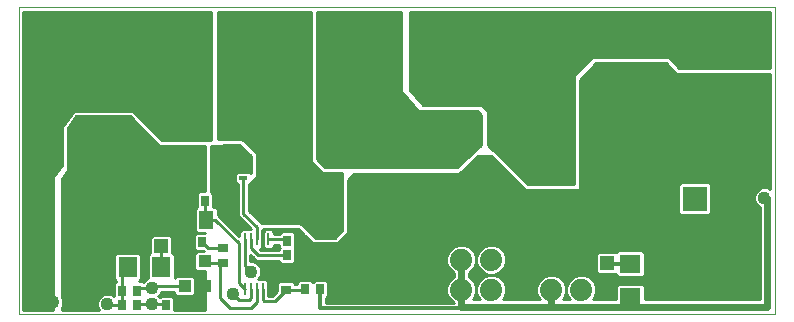
<source format=gtl>
G75*
G70*
%OFA0B0*%
%FSLAX24Y24*%
%IPPOS*%
%LPD*%
%AMOC8*
5,1,8,0,0,1.08239X$1,22.5*
%
%ADD10C,0.0000*%
%ADD11R,0.0098X0.0394*%
%ADD12R,0.0630X0.1063*%
%ADD13R,0.0433X0.0394*%
%ADD14R,0.0276X0.0354*%
%ADD15R,0.0354X0.0276*%
%ADD16R,0.0512X0.0591*%
%ADD17R,0.0630X0.0787*%
%ADD18R,0.0941X0.3740*%
%ADD19R,0.3429X0.0937*%
%ADD20R,0.2453X0.2654*%
%ADD21R,0.0898X0.0639*%
%ADD22R,0.0315X0.0134*%
%ADD23R,0.0512X0.0134*%
%ADD24R,0.0673X0.0902*%
%ADD25R,0.0827X0.0827*%
%ADD26R,0.0358X0.0480*%
%ADD27R,0.0472X0.0472*%
%ADD28R,0.0630X0.0710*%
%ADD29R,0.0710X0.0630*%
%ADD30C,0.0594*%
%ADD31C,0.0740*%
%ADD32C,0.0100*%
%ADD33C,0.0436*%
%ADD34C,0.0120*%
%ADD35C,0.0240*%
D10*
X003245Y004929D02*
X003245Y015165D01*
X028442Y015165D01*
X028442Y004929D01*
X003245Y004929D01*
D11*
X010775Y005770D03*
X010971Y005770D03*
X011168Y005770D03*
X011365Y005770D03*
X011562Y005770D03*
X011562Y007434D03*
X011365Y007434D03*
X011168Y007434D03*
X010971Y007434D03*
X010775Y007434D03*
D12*
X012536Y010637D03*
X013639Y010637D03*
X013639Y011917D03*
X012536Y011917D03*
X012536Y013197D03*
X013639Y013197D03*
X013639Y014476D03*
X012536Y014476D03*
X005076Y008866D03*
X003973Y008866D03*
X003973Y007586D03*
X005076Y007586D03*
X005076Y006307D03*
X003973Y006307D03*
D13*
X008767Y006700D03*
X009436Y006700D03*
X009436Y005864D03*
X008767Y005864D03*
D14*
X008668Y005224D03*
X008156Y005224D03*
X007192Y005224D03*
X006680Y005224D03*
X006680Y005716D03*
X007192Y005716D03*
X008845Y007340D03*
X009357Y007340D03*
X009436Y008718D03*
X009948Y008718D03*
X012192Y007389D03*
X012192Y006897D03*
X012704Y006897D03*
X012704Y007389D03*
X012782Y005765D03*
X013294Y005765D03*
D15*
X012153Y005756D03*
X012153Y006267D03*
X010036Y006641D03*
X010036Y007153D03*
D16*
X009485Y008078D03*
X008816Y008078D03*
D17*
X008895Y009850D03*
X009997Y009850D03*
D18*
X011099Y012852D03*
X008481Y012852D03*
D19*
X016729Y011061D03*
X016729Y008443D03*
D20*
X018042Y013393D03*
D21*
X015229Y012496D03*
X015229Y014291D03*
D22*
X010725Y010234D03*
X010725Y009978D03*
X010725Y009722D03*
X010725Y009466D03*
D23*
X011808Y009466D03*
X011808Y009722D03*
X011808Y009978D03*
X011808Y010234D03*
D24*
X011471Y009850D03*
D25*
X005967Y011065D03*
X005967Y013065D03*
X025769Y013606D03*
X025769Y011606D03*
X025769Y008783D03*
X025769Y006783D03*
D26*
X005168Y005323D03*
X003881Y005323D03*
D27*
X007162Y007193D03*
X007989Y007193D03*
X022025Y006651D03*
X022851Y006651D03*
D28*
X007988Y006504D03*
X006868Y006504D03*
D29*
X023619Y006621D03*
X023619Y005501D03*
D30*
X021060Y007931D03*
X021060Y009899D03*
X022543Y012304D03*
X021151Y013696D03*
D31*
X018995Y006751D03*
X017995Y006751D03*
X017995Y005751D03*
X018995Y005751D03*
X019995Y005751D03*
X020995Y005751D03*
X021995Y005751D03*
X016995Y005751D03*
X016995Y006751D03*
D32*
X017495Y006702D02*
X012460Y006702D01*
X012460Y006666D02*
X012460Y007128D01*
X012445Y007143D01*
X012460Y007158D01*
X012460Y007620D01*
X012384Y007697D01*
X012000Y007697D01*
X011924Y007620D01*
X011924Y007614D01*
X011741Y007614D01*
X011741Y007685D01*
X011692Y007734D01*
X012546Y007734D01*
X013038Y007291D01*
X013875Y007291D01*
X014219Y007636D01*
X014219Y009407D01*
X014416Y009604D01*
X017910Y009604D01*
X018550Y010195D01*
X018993Y010195D01*
X020125Y009063D01*
X021946Y009063D01*
X021946Y012754D01*
X022487Y013295D01*
X024800Y013295D01*
X025145Y012950D01*
X028292Y012950D01*
X028292Y009113D01*
X028167Y009165D01*
X028028Y009165D01*
X027900Y009112D01*
X027802Y009014D01*
X027749Y008886D01*
X027749Y008747D01*
X027802Y008619D01*
X027900Y008521D01*
X027946Y008503D01*
X027946Y005425D01*
X024104Y005425D01*
X024104Y005870D01*
X024028Y005946D01*
X023210Y005946D01*
X023134Y005870D01*
X023134Y005425D01*
X022376Y005425D01*
X022419Y005468D01*
X022495Y005652D01*
X022495Y005851D01*
X022419Y006035D01*
X022278Y006175D01*
X022094Y006251D01*
X021896Y006251D01*
X021712Y006175D01*
X021571Y006035D01*
X021495Y005851D01*
X021419Y006035D01*
X021278Y006175D01*
X021094Y006251D01*
X020896Y006251D01*
X020712Y006175D01*
X020571Y006035D01*
X020495Y005851D01*
X020495Y005652D01*
X020571Y005468D01*
X020615Y005425D01*
X019376Y005425D01*
X019419Y005468D01*
X019495Y005652D01*
X019495Y005851D01*
X019419Y006035D01*
X019278Y006175D01*
X019094Y006251D01*
X018896Y006251D01*
X018712Y006175D01*
X018571Y006035D01*
X018495Y005851D01*
X018419Y006035D01*
X018278Y006175D01*
X018245Y006189D01*
X018245Y006314D01*
X018278Y006328D01*
X018419Y006468D01*
X018495Y006652D01*
X018495Y006851D01*
X018419Y007035D01*
X018278Y007175D01*
X018094Y007251D01*
X017896Y007251D01*
X017712Y007175D01*
X017571Y007035D01*
X017495Y006851D01*
X017495Y006652D01*
X017571Y006468D01*
X017712Y006328D01*
X017745Y006314D01*
X017745Y006189D01*
X017712Y006175D01*
X017571Y006035D01*
X017495Y005851D01*
X017495Y005652D01*
X017571Y005468D01*
X017712Y005328D01*
X017741Y005316D01*
X013484Y005316D01*
X013484Y005458D01*
X013486Y005458D01*
X013562Y005534D01*
X013562Y005996D01*
X013486Y006073D01*
X013103Y006073D01*
X013038Y006008D01*
X012974Y006073D01*
X012591Y006073D01*
X012515Y005996D01*
X012515Y005936D01*
X012460Y005936D01*
X012460Y005947D01*
X012384Y006023D01*
X011921Y006023D01*
X011845Y005947D01*
X011845Y005703D01*
X011694Y005552D01*
X011545Y005552D01*
X011545Y005845D01*
X011544Y005845D01*
X011544Y006021D01*
X011468Y006097D01*
X011205Y006097D01*
X011267Y006159D01*
X011320Y006287D01*
X011320Y006425D01*
X011267Y006553D01*
X011169Y006651D01*
X011041Y006704D01*
X010955Y006704D01*
X010955Y006906D01*
X011037Y006823D01*
X011143Y006717D01*
X011924Y006717D01*
X011924Y006666D01*
X012000Y006590D01*
X012384Y006590D01*
X012460Y006666D01*
X012397Y006603D02*
X017515Y006603D01*
X017556Y006505D02*
X011287Y006505D01*
X011320Y006406D02*
X017633Y006406D01*
X017745Y006308D02*
X011320Y006308D01*
X011287Y006209D02*
X017745Y006209D01*
X017647Y006111D02*
X011219Y006111D01*
X011544Y006012D02*
X011910Y006012D01*
X011845Y005914D02*
X011544Y005914D01*
X011545Y005815D02*
X011845Y005815D01*
X011845Y005717D02*
X011545Y005717D01*
X011562Y005770D02*
X011660Y005869D01*
X011660Y006405D01*
X011987Y006603D02*
X011216Y006603D01*
X011046Y006702D02*
X011924Y006702D01*
X012192Y006897D02*
X011217Y006897D01*
X010971Y007143D01*
X010971Y007434D01*
X010775Y007434D02*
X010775Y006553D01*
X010971Y006356D01*
X010578Y005967D02*
X010775Y005770D01*
X010971Y005770D02*
X010971Y005470D01*
X010922Y005421D01*
X010578Y005421D01*
X010381Y005618D01*
X010578Y005967D02*
X010578Y007291D01*
X009790Y008078D01*
X009485Y008078D01*
X009436Y008128D01*
X009436Y008718D01*
X009704Y008672D02*
X010545Y008672D01*
X010545Y008770D02*
X009704Y008770D01*
X009704Y008869D02*
X010545Y008869D01*
X010545Y008967D02*
X009686Y008967D01*
X009704Y008949D02*
X009643Y009010D01*
X009643Y010539D01*
X010036Y010539D01*
X010086Y010588D01*
X010578Y010588D01*
X010971Y010195D01*
X010971Y009653D01*
X010959Y009641D01*
X010937Y009663D01*
X010514Y009663D01*
X010438Y009587D01*
X010438Y009345D01*
X010514Y009269D01*
X010545Y009269D01*
X010545Y008201D01*
X010651Y008095D01*
X010985Y007761D01*
X010671Y007761D01*
X010595Y007685D01*
X010595Y007528D01*
X009871Y008252D01*
X009871Y008428D01*
X009795Y008504D01*
X009704Y008504D01*
X009704Y008949D01*
X009643Y009066D02*
X010545Y009066D01*
X010545Y009164D02*
X009643Y009164D01*
X009643Y009263D02*
X010545Y009263D01*
X010438Y009361D02*
X009643Y009361D01*
X009643Y009460D02*
X010438Y009460D01*
X010438Y009558D02*
X009643Y009558D01*
X009643Y009657D02*
X010508Y009657D01*
X010725Y009722D02*
X010725Y009978D01*
X010725Y010234D01*
X010820Y010346D02*
X009643Y010346D01*
X009643Y010248D02*
X010918Y010248D01*
X010971Y010149D02*
X009643Y010149D01*
X009643Y010051D02*
X010971Y010051D01*
X010971Y009952D02*
X009643Y009952D01*
X009643Y009854D02*
X010971Y009854D01*
X010971Y009755D02*
X009643Y009755D01*
X009446Y009755D02*
X004869Y009755D01*
X004869Y009752D02*
X004869Y011130D01*
X005164Y011523D01*
X006936Y011523D01*
X007920Y010539D01*
X009446Y010539D01*
X009446Y009025D01*
X009244Y009025D01*
X009168Y008949D01*
X009168Y008496D01*
X009099Y008428D01*
X009099Y007729D01*
X009175Y007653D01*
X009446Y007653D01*
X009446Y007647D01*
X009166Y007647D01*
X009089Y007571D01*
X009089Y007109D01*
X009166Y007033D01*
X009410Y007033D01*
X009416Y007027D01*
X009166Y007027D01*
X009089Y006951D01*
X009089Y006450D01*
X009166Y006374D01*
X009446Y006374D01*
X009446Y005079D01*
X008424Y005079D01*
X008424Y005455D01*
X008348Y005531D01*
X007965Y005531D01*
X007937Y005503D01*
X007896Y005544D01*
X007969Y005617D01*
X007997Y005684D01*
X008420Y005684D01*
X008420Y005613D01*
X008496Y005537D01*
X009037Y005537D01*
X009113Y005613D01*
X009113Y006115D01*
X009037Y006191D01*
X008496Y006191D01*
X008433Y006127D01*
X008433Y006912D01*
X008357Y006989D01*
X008355Y006989D01*
X008355Y007483D01*
X008279Y007559D01*
X007699Y007559D01*
X007623Y007483D01*
X007623Y006989D01*
X007619Y006989D01*
X007543Y006912D01*
X007543Y006137D01*
X007477Y006110D01*
X007387Y006020D01*
X007384Y006023D01*
X007242Y006023D01*
X007313Y006095D01*
X007313Y006912D01*
X007237Y006989D01*
X006499Y006989D01*
X006423Y006912D01*
X006423Y006095D01*
X006495Y006023D01*
X006488Y006023D01*
X006412Y005947D01*
X006412Y005551D01*
X006395Y005568D01*
X006267Y005621D01*
X006129Y005621D01*
X006001Y005568D01*
X005903Y005470D01*
X005850Y005343D01*
X005850Y005204D01*
X005902Y005079D01*
X004672Y005079D01*
X004672Y005126D01*
X005882Y005126D01*
X005850Y005224D02*
X004713Y005224D01*
X004725Y005253D02*
X004725Y005392D01*
X004672Y005519D01*
X004672Y009456D01*
X004869Y009752D01*
X004869Y009854D02*
X009446Y009854D01*
X009446Y009952D02*
X004869Y009952D01*
X004869Y010051D02*
X009446Y010051D01*
X009446Y010149D02*
X004869Y010149D01*
X004869Y010248D02*
X009446Y010248D01*
X009446Y010346D02*
X004869Y010346D01*
X004869Y010445D02*
X009446Y010445D01*
X009643Y010445D02*
X010721Y010445D01*
X010623Y010543D02*
X010041Y010543D01*
X009889Y010785D02*
X010676Y010785D01*
X011168Y010293D01*
X011168Y009506D01*
X011013Y009350D01*
X011013Y009345D01*
X010937Y009269D01*
X010932Y009269D01*
X010922Y009260D01*
X010922Y008374D01*
X011336Y007960D01*
X011340Y007963D01*
X012621Y007963D01*
X012653Y007931D01*
X012694Y007931D01*
X013137Y007488D01*
X013777Y007488D01*
X014023Y007734D01*
X014023Y009653D01*
X013334Y009653D01*
X012989Y009998D01*
X012989Y015015D01*
X009889Y015015D01*
X009889Y010785D01*
X009889Y010839D02*
X012989Y010839D01*
X012989Y010937D02*
X009889Y010937D01*
X009889Y011036D02*
X012989Y011036D01*
X012989Y011134D02*
X009889Y011134D01*
X009889Y011233D02*
X012989Y011233D01*
X012989Y011331D02*
X009889Y011331D01*
X009889Y011430D02*
X012989Y011430D01*
X012989Y011528D02*
X009889Y011528D01*
X009889Y011627D02*
X012989Y011627D01*
X012989Y011725D02*
X009889Y011725D01*
X009889Y011824D02*
X012989Y011824D01*
X012989Y011922D02*
X009889Y011922D01*
X009889Y012021D02*
X012989Y012021D01*
X012989Y012119D02*
X009889Y012119D01*
X009889Y012218D02*
X012989Y012218D01*
X012989Y012316D02*
X009889Y012316D01*
X009889Y012415D02*
X012989Y012415D01*
X012989Y012513D02*
X009889Y012513D01*
X009889Y012612D02*
X012989Y012612D01*
X012989Y012710D02*
X009889Y012710D01*
X009889Y012809D02*
X012989Y012809D01*
X012989Y012907D02*
X009889Y012907D01*
X009889Y013006D02*
X012989Y013006D01*
X012989Y013104D02*
X009889Y013104D01*
X009889Y013203D02*
X012989Y013203D01*
X012989Y013301D02*
X009889Y013301D01*
X009889Y013400D02*
X012989Y013400D01*
X012989Y013498D02*
X009889Y013498D01*
X009889Y013597D02*
X012989Y013597D01*
X012989Y013695D02*
X009889Y013695D01*
X009889Y013794D02*
X012989Y013794D01*
X012989Y013892D02*
X009889Y013892D01*
X009889Y013991D02*
X012989Y013991D01*
X012989Y014089D02*
X009889Y014089D01*
X009889Y014188D02*
X012989Y014188D01*
X012989Y014286D02*
X009889Y014286D01*
X009889Y014385D02*
X012989Y014385D01*
X012989Y014483D02*
X009889Y014483D01*
X009889Y014582D02*
X012989Y014582D01*
X012989Y014680D02*
X009889Y014680D01*
X009889Y014779D02*
X012989Y014779D01*
X012989Y014877D02*
X009889Y014877D01*
X009889Y014976D02*
X012989Y014976D01*
X013186Y014976D02*
X015991Y014976D01*
X015991Y015015D02*
X015991Y012360D01*
X016532Y011720D01*
X018501Y011720D01*
X018649Y011573D01*
X018649Y010588D01*
X017861Y009850D01*
X013432Y009850D01*
X013186Y010096D01*
X013186Y015015D01*
X015991Y015015D01*
X015991Y014877D02*
X013186Y014877D01*
X013186Y014779D02*
X015991Y014779D01*
X015991Y014680D02*
X013186Y014680D01*
X013186Y014582D02*
X015991Y014582D01*
X015991Y014483D02*
X013186Y014483D01*
X013186Y014385D02*
X015991Y014385D01*
X015991Y014286D02*
X013186Y014286D01*
X013186Y014188D02*
X015991Y014188D01*
X015991Y014089D02*
X013186Y014089D01*
X013186Y013991D02*
X015991Y013991D01*
X015991Y013892D02*
X013186Y013892D01*
X013186Y013794D02*
X015991Y013794D01*
X015991Y013695D02*
X013186Y013695D01*
X013186Y013597D02*
X015991Y013597D01*
X015991Y013498D02*
X013186Y013498D01*
X013186Y013400D02*
X015991Y013400D01*
X015991Y013301D02*
X013186Y013301D01*
X013186Y013203D02*
X015991Y013203D01*
X015991Y013104D02*
X013186Y013104D01*
X013186Y013006D02*
X015991Y013006D01*
X015991Y012907D02*
X013186Y012907D01*
X013186Y012809D02*
X015991Y012809D01*
X015991Y012710D02*
X013186Y012710D01*
X013186Y012612D02*
X015991Y012612D01*
X015991Y012513D02*
X013186Y012513D01*
X013186Y012415D02*
X015991Y012415D01*
X016028Y012316D02*
X013186Y012316D01*
X013186Y012218D02*
X016111Y012218D01*
X016195Y012119D02*
X013186Y012119D01*
X013186Y012021D02*
X016278Y012021D01*
X016361Y011922D02*
X013186Y011922D01*
X013186Y011824D02*
X016445Y011824D01*
X016528Y011725D02*
X013186Y011725D01*
X013186Y011627D02*
X018594Y011627D01*
X018649Y011528D02*
X013186Y011528D01*
X013186Y011430D02*
X018649Y011430D01*
X018649Y011331D02*
X013186Y011331D01*
X013186Y011233D02*
X018649Y011233D01*
X018649Y011134D02*
X013186Y011134D01*
X013186Y011036D02*
X018649Y011036D01*
X018649Y010937D02*
X013186Y010937D01*
X013186Y010839D02*
X018649Y010839D01*
X018649Y010740D02*
X013186Y010740D01*
X013186Y010642D02*
X018649Y010642D01*
X018601Y010543D02*
X013186Y010543D01*
X013186Y010445D02*
X018496Y010445D01*
X018391Y010346D02*
X013186Y010346D01*
X013186Y010248D02*
X018285Y010248D01*
X018180Y010149D02*
X013186Y010149D01*
X013231Y010051D02*
X018075Y010051D01*
X017970Y009952D02*
X013330Y009952D01*
X013428Y009854D02*
X017865Y009854D01*
X017968Y009657D02*
X019531Y009657D01*
X019629Y009558D02*
X014371Y009558D01*
X014272Y009460D02*
X019728Y009460D01*
X019826Y009361D02*
X014219Y009361D01*
X014219Y009263D02*
X019925Y009263D01*
X020023Y009164D02*
X014219Y009164D01*
X014219Y009066D02*
X020122Y009066D01*
X020223Y009260D02*
X018895Y010588D01*
X018895Y011720D01*
X018698Y011917D01*
X016729Y011917D01*
X016286Y012409D01*
X016286Y015015D01*
X028292Y015015D01*
X028292Y013147D01*
X025243Y013147D01*
X024899Y013492D01*
X022340Y013492D01*
X021749Y012901D01*
X021749Y009260D01*
X020223Y009260D01*
X020220Y009263D02*
X021749Y009263D01*
X021749Y009361D02*
X020122Y009361D01*
X020023Y009460D02*
X021749Y009460D01*
X021749Y009558D02*
X019925Y009558D01*
X019826Y009657D02*
X021749Y009657D01*
X021749Y009755D02*
X019728Y009755D01*
X019629Y009854D02*
X021749Y009854D01*
X021749Y009952D02*
X019531Y009952D01*
X019432Y010051D02*
X021749Y010051D01*
X021749Y010149D02*
X019334Y010149D01*
X019235Y010248D02*
X021749Y010248D01*
X021749Y010346D02*
X019137Y010346D01*
X019038Y010445D02*
X021749Y010445D01*
X021749Y010543D02*
X018940Y010543D01*
X018895Y010642D02*
X021749Y010642D01*
X021749Y010740D02*
X018895Y010740D01*
X018895Y010839D02*
X021749Y010839D01*
X021749Y010937D02*
X018895Y010937D01*
X018895Y011036D02*
X021749Y011036D01*
X021749Y011134D02*
X018895Y011134D01*
X018895Y011233D02*
X021749Y011233D01*
X021749Y011331D02*
X018895Y011331D01*
X018895Y011430D02*
X021749Y011430D01*
X021749Y011528D02*
X018895Y011528D01*
X018895Y011627D02*
X021749Y011627D01*
X021749Y011725D02*
X018889Y011725D01*
X018791Y011824D02*
X021749Y011824D01*
X021749Y011922D02*
X016724Y011922D01*
X016636Y012021D02*
X021749Y012021D01*
X021749Y012119D02*
X016547Y012119D01*
X016459Y012218D02*
X021749Y012218D01*
X021749Y012316D02*
X016370Y012316D01*
X016286Y012415D02*
X021749Y012415D01*
X021749Y012513D02*
X016286Y012513D01*
X016286Y012612D02*
X021749Y012612D01*
X021749Y012710D02*
X016286Y012710D01*
X016286Y012809D02*
X021749Y012809D01*
X021755Y012907D02*
X016286Y012907D01*
X016286Y013006D02*
X021854Y013006D01*
X021952Y013104D02*
X016286Y013104D01*
X016286Y013203D02*
X022051Y013203D01*
X022149Y013301D02*
X016286Y013301D01*
X016286Y013400D02*
X022248Y013400D01*
X022395Y013203D02*
X024892Y013203D01*
X024991Y013104D02*
X022297Y013104D01*
X022198Y013006D02*
X025089Y013006D01*
X025188Y013203D02*
X028292Y013203D01*
X028292Y013301D02*
X025089Y013301D01*
X024991Y013400D02*
X028292Y013400D01*
X028292Y013498D02*
X016286Y013498D01*
X016286Y013597D02*
X028292Y013597D01*
X028292Y013695D02*
X016286Y013695D01*
X016286Y013794D02*
X028292Y013794D01*
X028292Y013892D02*
X016286Y013892D01*
X016286Y013991D02*
X028292Y013991D01*
X028292Y014089D02*
X016286Y014089D01*
X016286Y014188D02*
X028292Y014188D01*
X028292Y014286D02*
X016286Y014286D01*
X016286Y014385D02*
X028292Y014385D01*
X028292Y014483D02*
X016286Y014483D01*
X016286Y014582D02*
X028292Y014582D01*
X028292Y014680D02*
X016286Y014680D01*
X016286Y014779D02*
X028292Y014779D01*
X028292Y014877D02*
X016286Y014877D01*
X016286Y014976D02*
X028292Y014976D01*
X028292Y012907D02*
X022100Y012907D01*
X022001Y012809D02*
X028292Y012809D01*
X028292Y012710D02*
X021946Y012710D01*
X021946Y012612D02*
X028292Y012612D01*
X028292Y012513D02*
X021946Y012513D01*
X021946Y012415D02*
X028292Y012415D01*
X028292Y012316D02*
X021946Y012316D01*
X021946Y012218D02*
X028292Y012218D01*
X028292Y012119D02*
X021946Y012119D01*
X021946Y012021D02*
X028292Y012021D01*
X028292Y011922D02*
X021946Y011922D01*
X021946Y011824D02*
X028292Y011824D01*
X028292Y011725D02*
X021946Y011725D01*
X021946Y011627D02*
X028292Y011627D01*
X028292Y011528D02*
X021946Y011528D01*
X021946Y011430D02*
X028292Y011430D01*
X028292Y011331D02*
X021946Y011331D01*
X021946Y011233D02*
X028292Y011233D01*
X028292Y011134D02*
X021946Y011134D01*
X021946Y011036D02*
X028292Y011036D01*
X028292Y010937D02*
X021946Y010937D01*
X021946Y010839D02*
X028292Y010839D01*
X028292Y010740D02*
X021946Y010740D01*
X021946Y010642D02*
X028292Y010642D01*
X028292Y010543D02*
X021946Y010543D01*
X021946Y010445D02*
X028292Y010445D01*
X028292Y010346D02*
X021946Y010346D01*
X021946Y010248D02*
X028292Y010248D01*
X028292Y010149D02*
X021946Y010149D01*
X021946Y010051D02*
X028292Y010051D01*
X028292Y009952D02*
X021946Y009952D01*
X021946Y009854D02*
X028292Y009854D01*
X028292Y009755D02*
X021946Y009755D01*
X021946Y009657D02*
X028292Y009657D01*
X028292Y009558D02*
X021946Y009558D01*
X021946Y009460D02*
X028292Y009460D01*
X028292Y009361D02*
X021946Y009361D01*
X021946Y009263D02*
X025238Y009263D01*
X025225Y009250D02*
X025225Y008316D01*
X025301Y008240D01*
X026236Y008240D01*
X026312Y008316D01*
X026312Y009250D01*
X026236Y009327D01*
X025301Y009327D01*
X025225Y009250D01*
X025225Y009164D02*
X021946Y009164D01*
X021946Y009066D02*
X025225Y009066D01*
X025225Y008967D02*
X014219Y008967D01*
X014219Y008869D02*
X025225Y008869D01*
X025225Y008770D02*
X014219Y008770D01*
X014219Y008672D02*
X025225Y008672D01*
X025225Y008573D02*
X014219Y008573D01*
X014219Y008475D02*
X025225Y008475D01*
X025225Y008376D02*
X014219Y008376D01*
X014219Y008278D02*
X025263Y008278D01*
X026274Y008278D02*
X027946Y008278D01*
X027946Y008376D02*
X026312Y008376D01*
X026312Y008475D02*
X027946Y008475D01*
X027848Y008573D02*
X026312Y008573D01*
X026312Y008672D02*
X027781Y008672D01*
X027749Y008770D02*
X026312Y008770D01*
X026312Y008869D02*
X027749Y008869D01*
X027783Y008967D02*
X026312Y008967D01*
X026312Y009066D02*
X027854Y009066D01*
X028027Y009164D02*
X026312Y009164D01*
X026300Y009263D02*
X028292Y009263D01*
X028292Y009164D02*
X028168Y009164D01*
X027946Y008179D02*
X014219Y008179D01*
X014219Y008081D02*
X027946Y008081D01*
X027946Y007982D02*
X014219Y007982D01*
X014219Y007884D02*
X027946Y007884D01*
X027946Y007785D02*
X014219Y007785D01*
X014219Y007687D02*
X027946Y007687D01*
X027946Y007588D02*
X014172Y007588D01*
X014074Y007490D02*
X027946Y007490D01*
X027946Y007391D02*
X013975Y007391D01*
X013877Y007293D02*
X027946Y007293D01*
X027946Y007194D02*
X019232Y007194D01*
X019278Y007175D02*
X019094Y007251D01*
X018896Y007251D01*
X018712Y007175D01*
X018571Y007035D01*
X018495Y006851D01*
X018495Y006652D01*
X018571Y006468D01*
X018712Y006328D01*
X018896Y006251D01*
X019094Y006251D01*
X019278Y006328D01*
X019419Y006468D01*
X019495Y006652D01*
X019495Y006851D01*
X019419Y007035D01*
X019278Y007175D01*
X019358Y007096D02*
X027946Y007096D01*
X027946Y006997D02*
X024096Y006997D01*
X024104Y006989D02*
X024028Y007066D01*
X023210Y007066D01*
X023152Y007007D01*
X023141Y007017D01*
X022561Y007017D01*
X022485Y006941D01*
X022485Y006361D01*
X022561Y006285D01*
X023134Y006285D01*
X023134Y006252D01*
X023210Y006176D01*
X024028Y006176D01*
X024104Y006252D01*
X024104Y006989D01*
X024104Y006899D02*
X027946Y006899D01*
X027946Y006800D02*
X024104Y006800D01*
X024104Y006702D02*
X027946Y006702D01*
X027946Y006603D02*
X024104Y006603D01*
X024104Y006505D02*
X027946Y006505D01*
X027946Y006406D02*
X024104Y006406D01*
X024104Y006308D02*
X027946Y006308D01*
X027946Y006209D02*
X024062Y006209D01*
X024060Y005914D02*
X027946Y005914D01*
X027946Y006012D02*
X022428Y006012D01*
X022469Y005914D02*
X023178Y005914D01*
X023134Y005815D02*
X022495Y005815D01*
X022495Y005717D02*
X023134Y005717D01*
X023134Y005618D02*
X022481Y005618D01*
X022440Y005520D02*
X023134Y005520D01*
X022343Y006111D02*
X027946Y006111D01*
X027946Y005815D02*
X024104Y005815D01*
X024104Y005717D02*
X027946Y005717D01*
X027946Y005618D02*
X024104Y005618D01*
X024104Y005520D02*
X027946Y005520D01*
X023177Y006209D02*
X022196Y006209D01*
X022485Y006406D02*
X019357Y006406D01*
X019434Y006505D02*
X022485Y006505D01*
X022485Y006603D02*
X019475Y006603D01*
X019495Y006702D02*
X022485Y006702D01*
X022485Y006800D02*
X019495Y006800D01*
X019475Y006899D02*
X022485Y006899D01*
X022541Y006997D02*
X019434Y006997D01*
X018758Y007194D02*
X018232Y007194D01*
X018358Y007096D02*
X018632Y007096D01*
X018556Y006997D02*
X018434Y006997D01*
X018475Y006899D02*
X018515Y006899D01*
X018495Y006800D02*
X018495Y006800D01*
X018495Y006702D02*
X018495Y006702D01*
X018475Y006603D02*
X018515Y006603D01*
X018556Y006505D02*
X018434Y006505D01*
X018357Y006406D02*
X018633Y006406D01*
X018759Y006308D02*
X018245Y006308D01*
X018245Y006209D02*
X018794Y006209D01*
X018647Y006111D02*
X018343Y006111D01*
X018428Y006012D02*
X018562Y006012D01*
X018521Y005914D02*
X018469Y005914D01*
X018495Y005851D02*
X018495Y005652D01*
X018419Y005468D01*
X018376Y005425D01*
X018615Y005425D01*
X018571Y005468D01*
X018495Y005652D01*
X018495Y005851D01*
X018495Y005815D02*
X018495Y005815D01*
X018495Y005717D02*
X018495Y005717D01*
X018481Y005618D02*
X018509Y005618D01*
X018550Y005520D02*
X018440Y005520D01*
X017723Y005323D02*
X013484Y005323D01*
X013484Y005421D02*
X017618Y005421D01*
X017550Y005520D02*
X013547Y005520D01*
X013562Y005618D02*
X017509Y005618D01*
X017495Y005717D02*
X013562Y005717D01*
X013562Y005815D02*
X017495Y005815D01*
X017521Y005914D02*
X013562Y005914D01*
X013546Y006012D02*
X017562Y006012D01*
X017495Y006800D02*
X012460Y006800D01*
X012460Y006899D02*
X017515Y006899D01*
X017556Y006997D02*
X012460Y006997D01*
X012460Y007096D02*
X017632Y007096D01*
X017758Y007194D02*
X012460Y007194D01*
X012460Y007293D02*
X013036Y007293D01*
X012927Y007391D02*
X012460Y007391D01*
X012460Y007490D02*
X012817Y007490D01*
X012708Y007588D02*
X012460Y007588D01*
X012393Y007687D02*
X012599Y007687D01*
X012546Y007783D02*
X012704Y007626D01*
X012704Y007389D01*
X012704Y006897D01*
X012704Y006819D01*
X012153Y006267D01*
X012059Y006267D01*
X011660Y005869D01*
X011761Y005618D02*
X011545Y005618D01*
X011365Y005770D02*
X011365Y005421D01*
X011414Y005372D01*
X011769Y005372D01*
X012153Y005756D01*
X012773Y005756D01*
X012782Y005765D01*
X012531Y006012D02*
X012395Y006012D01*
X013034Y006012D02*
X013042Y006012D01*
X011924Y007077D02*
X011292Y007077D01*
X011275Y007094D01*
X011316Y007094D01*
X011316Y007152D01*
X011347Y007183D01*
X011347Y007359D01*
X011348Y007359D01*
X011348Y007734D01*
X011432Y007734D01*
X011383Y007685D01*
X011383Y007509D01*
X011382Y007509D01*
X011382Y007359D01*
X011383Y007359D01*
X011383Y007183D01*
X011459Y007107D01*
X011665Y007107D01*
X011741Y007183D01*
X011741Y007254D01*
X011924Y007254D01*
X011924Y007158D01*
X011939Y007143D01*
X011924Y007128D01*
X011924Y007077D01*
X011924Y007096D02*
X011316Y007096D01*
X011347Y007194D02*
X011383Y007194D01*
X011383Y007293D02*
X011347Y007293D01*
X011348Y007391D02*
X011382Y007391D01*
X011365Y007434D02*
X011365Y007734D01*
X011414Y007783D01*
X012546Y007783D01*
X012741Y007884D02*
X014023Y007884D01*
X014023Y007982D02*
X011314Y007982D01*
X011215Y008081D02*
X014023Y008081D01*
X014023Y008179D02*
X011117Y008179D01*
X011018Y008278D02*
X014023Y008278D01*
X014023Y008376D02*
X010922Y008376D01*
X010922Y008475D02*
X014023Y008475D01*
X014023Y008573D02*
X010922Y008573D01*
X010922Y008672D02*
X014023Y008672D01*
X014023Y008770D02*
X010922Y008770D01*
X010922Y008869D02*
X014023Y008869D01*
X014023Y008967D02*
X010922Y008967D01*
X010922Y009066D02*
X014023Y009066D01*
X014023Y009164D02*
X010922Y009164D01*
X010925Y009263D02*
X014023Y009263D01*
X014023Y009361D02*
X011024Y009361D01*
X011122Y009460D02*
X014023Y009460D01*
X014023Y009558D02*
X011168Y009558D01*
X011168Y009657D02*
X013330Y009657D01*
X013232Y009755D02*
X011168Y009755D01*
X011168Y009854D02*
X013133Y009854D01*
X013035Y009952D02*
X011168Y009952D01*
X011168Y010051D02*
X012989Y010051D01*
X012989Y010149D02*
X011168Y010149D01*
X011168Y010248D02*
X012989Y010248D01*
X012989Y010346D02*
X011115Y010346D01*
X011016Y010445D02*
X012989Y010445D01*
X012989Y010543D02*
X010918Y010543D01*
X010819Y010642D02*
X012989Y010642D01*
X012989Y010740D02*
X010721Y010740D01*
X009643Y010740D02*
X008014Y010740D01*
X008019Y010736D02*
X007034Y011720D01*
X005066Y011720D01*
X004672Y011179D01*
X004672Y009899D01*
X004377Y009506D01*
X004377Y005079D01*
X003395Y005079D01*
X003395Y015015D01*
X009643Y015015D01*
X009643Y010736D01*
X008019Y010736D01*
X007916Y010839D02*
X009643Y010839D01*
X009643Y010937D02*
X007817Y010937D01*
X007719Y011036D02*
X009643Y011036D01*
X009643Y011134D02*
X007620Y011134D01*
X007522Y011233D02*
X009643Y011233D01*
X009643Y011331D02*
X007423Y011331D01*
X007325Y011430D02*
X009643Y011430D01*
X009643Y011528D02*
X007226Y011528D01*
X007128Y011627D02*
X009643Y011627D01*
X009643Y011725D02*
X003395Y011725D01*
X003395Y011627D02*
X004998Y011627D01*
X004926Y011528D02*
X003395Y011528D01*
X003395Y011430D02*
X004855Y011430D01*
X004783Y011331D02*
X003395Y011331D01*
X003395Y011233D02*
X004711Y011233D01*
X004672Y011134D02*
X003395Y011134D01*
X003395Y011036D02*
X004672Y011036D01*
X004672Y010937D02*
X003395Y010937D01*
X003395Y010839D02*
X004672Y010839D01*
X004672Y010740D02*
X003395Y010740D01*
X003395Y010642D02*
X004672Y010642D01*
X004672Y010543D02*
X003395Y010543D01*
X003395Y010445D02*
X004672Y010445D01*
X004672Y010346D02*
X003395Y010346D01*
X003395Y010248D02*
X004672Y010248D01*
X004672Y010149D02*
X003395Y010149D01*
X003395Y010051D02*
X004672Y010051D01*
X004672Y009952D02*
X003395Y009952D01*
X003395Y009854D02*
X004638Y009854D01*
X004564Y009755D02*
X003395Y009755D01*
X003395Y009657D02*
X004490Y009657D01*
X004416Y009558D02*
X003395Y009558D01*
X003395Y009460D02*
X004377Y009460D01*
X004377Y009361D02*
X003395Y009361D01*
X003395Y009263D02*
X004377Y009263D01*
X004377Y009164D02*
X003395Y009164D01*
X003395Y009066D02*
X004377Y009066D01*
X004377Y008967D02*
X003395Y008967D01*
X003395Y008869D02*
X004377Y008869D01*
X004377Y008770D02*
X003395Y008770D01*
X003395Y008672D02*
X004377Y008672D01*
X004377Y008573D02*
X003395Y008573D01*
X003395Y008475D02*
X004377Y008475D01*
X004377Y008376D02*
X003395Y008376D01*
X003395Y008278D02*
X004377Y008278D01*
X004377Y008179D02*
X003395Y008179D01*
X003395Y008081D02*
X004377Y008081D01*
X004377Y007982D02*
X003395Y007982D01*
X003395Y007884D02*
X004377Y007884D01*
X004377Y007785D02*
X003395Y007785D01*
X003395Y007687D02*
X004377Y007687D01*
X004377Y007588D02*
X003395Y007588D01*
X003395Y007490D02*
X004377Y007490D01*
X004377Y007391D02*
X003395Y007391D01*
X003395Y007293D02*
X004377Y007293D01*
X004377Y007194D02*
X003395Y007194D01*
X003395Y007096D02*
X004377Y007096D01*
X004377Y006997D02*
X003395Y006997D01*
X003395Y006899D02*
X004377Y006899D01*
X004377Y006800D02*
X003395Y006800D01*
X003395Y006702D02*
X004377Y006702D01*
X004377Y006603D02*
X003395Y006603D01*
X003395Y006505D02*
X004377Y006505D01*
X004377Y006406D02*
X003395Y006406D01*
X003395Y006308D02*
X004377Y006308D01*
X004377Y006209D02*
X003395Y006209D01*
X003395Y006111D02*
X004377Y006111D01*
X004377Y006012D02*
X003395Y006012D01*
X003395Y005914D02*
X004377Y005914D01*
X004377Y005815D02*
X003395Y005815D01*
X003395Y005717D02*
X004377Y005717D01*
X004377Y005618D02*
X003395Y005618D01*
X003395Y005520D02*
X004377Y005520D01*
X004377Y005421D02*
X003395Y005421D01*
X003395Y005323D02*
X004377Y005323D01*
X003881Y005323D01*
X003395Y005224D02*
X004377Y005224D01*
X004377Y005126D02*
X003395Y005126D01*
X004672Y005126D02*
X004725Y005253D01*
X004725Y005323D02*
X005850Y005323D01*
X005882Y005421D02*
X004713Y005421D01*
X004672Y005520D02*
X005952Y005520D01*
X006121Y005618D02*
X004672Y005618D01*
X004672Y005717D02*
X006412Y005717D01*
X006412Y005815D02*
X004672Y005815D01*
X004672Y005914D02*
X006412Y005914D01*
X006477Y006012D02*
X004672Y006012D01*
X004672Y006111D02*
X006423Y006111D01*
X006423Y006209D02*
X004672Y006209D01*
X004672Y006308D02*
X006423Y006308D01*
X006423Y006406D02*
X004672Y006406D01*
X004672Y006505D02*
X006423Y006505D01*
X006423Y006603D02*
X004672Y006603D01*
X004672Y006702D02*
X006423Y006702D01*
X006423Y006800D02*
X004672Y006800D01*
X004672Y006899D02*
X006423Y006899D01*
X006868Y006504D02*
X006680Y006315D01*
X006680Y005716D01*
X006680Y005224D01*
X006247Y005224D01*
X006198Y005273D01*
X006275Y005618D02*
X006412Y005618D01*
X007192Y005716D02*
X007290Y005815D01*
X007674Y005815D01*
X007723Y005864D01*
X008767Y005864D01*
X008420Y005618D02*
X007970Y005618D01*
X007953Y005520D02*
X007920Y005520D01*
X008107Y005273D02*
X007674Y005273D01*
X007241Y005273D01*
X007192Y005224D01*
X008107Y005273D02*
X008156Y005224D01*
X008424Y005224D02*
X009446Y005224D01*
X009446Y005126D02*
X008424Y005126D01*
X008424Y005323D02*
X009446Y005323D01*
X009446Y005421D02*
X008424Y005421D01*
X008360Y005520D02*
X009446Y005520D01*
X009446Y005618D02*
X009113Y005618D01*
X009113Y005717D02*
X009446Y005717D01*
X009446Y005815D02*
X009113Y005815D01*
X009113Y005914D02*
X009446Y005914D01*
X009446Y006012D02*
X009113Y006012D01*
X009113Y006111D02*
X009446Y006111D01*
X009446Y006209D02*
X008433Y006209D01*
X008433Y006308D02*
X009446Y006308D01*
X009133Y006406D02*
X008433Y006406D01*
X008433Y006505D02*
X009089Y006505D01*
X009089Y006603D02*
X008433Y006603D01*
X008433Y006702D02*
X009089Y006702D01*
X009089Y006800D02*
X008433Y006800D01*
X008433Y006899D02*
X009089Y006899D01*
X009136Y006997D02*
X008355Y006997D01*
X008355Y007096D02*
X009103Y007096D01*
X009089Y007194D02*
X008355Y007194D01*
X008355Y007293D02*
X009089Y007293D01*
X009089Y007391D02*
X008355Y007391D01*
X008348Y007490D02*
X009089Y007490D01*
X009107Y007588D02*
X004672Y007588D01*
X004672Y007490D02*
X007630Y007490D01*
X007623Y007391D02*
X004672Y007391D01*
X004672Y007293D02*
X007623Y007293D01*
X007623Y007194D02*
X004672Y007194D01*
X004672Y007096D02*
X007623Y007096D01*
X007623Y006997D02*
X004672Y006997D01*
X004672Y007687D02*
X009142Y007687D01*
X009099Y007785D02*
X004672Y007785D01*
X004672Y007884D02*
X009099Y007884D01*
X009099Y007982D02*
X004672Y007982D01*
X004672Y008081D02*
X009099Y008081D01*
X009099Y008179D02*
X004672Y008179D01*
X004672Y008278D02*
X009099Y008278D01*
X009099Y008376D02*
X004672Y008376D01*
X004672Y008475D02*
X009147Y008475D01*
X009168Y008573D02*
X004672Y008573D01*
X004672Y008672D02*
X009168Y008672D01*
X009168Y008770D02*
X004672Y008770D01*
X004672Y008869D02*
X009168Y008869D01*
X009186Y008967D02*
X004672Y008967D01*
X004672Y009066D02*
X009446Y009066D01*
X009446Y009164D02*
X004672Y009164D01*
X004672Y009263D02*
X009446Y009263D01*
X009446Y009361D02*
X004672Y009361D01*
X004674Y009460D02*
X009446Y009460D01*
X009446Y009558D02*
X004740Y009558D01*
X004806Y009657D02*
X009446Y009657D01*
X009948Y009801D02*
X009997Y009850D01*
X009948Y009801D02*
X009948Y008718D01*
X009824Y008475D02*
X010545Y008475D01*
X010545Y008573D02*
X009704Y008573D01*
X009871Y008376D02*
X010545Y008376D01*
X010545Y008278D02*
X009871Y008278D01*
X009944Y008179D02*
X010567Y008179D01*
X010665Y008081D02*
X010042Y008081D01*
X010141Y007982D02*
X010764Y007982D01*
X010862Y007884D02*
X010239Y007884D01*
X010338Y007785D02*
X010961Y007785D01*
X011168Y007832D02*
X010725Y008275D01*
X010725Y009466D01*
X010943Y009657D02*
X010971Y009657D01*
X011168Y007832D02*
X011168Y007434D01*
X011348Y007490D02*
X011382Y007490D01*
X011383Y007588D02*
X011348Y007588D01*
X011348Y007687D02*
X011385Y007687D01*
X011562Y007434D02*
X012147Y007434D01*
X012192Y007389D01*
X011924Y007194D02*
X011741Y007194D01*
X011739Y007687D02*
X011990Y007687D01*
X012839Y007785D02*
X014023Y007785D01*
X013975Y007687D02*
X012938Y007687D01*
X013036Y007588D02*
X013877Y007588D01*
X013778Y007490D02*
X013135Y007490D01*
X011060Y006800D02*
X010955Y006800D01*
X010955Y006899D02*
X010961Y006899D01*
X010595Y007588D02*
X010535Y007588D01*
X010597Y007687D02*
X010436Y007687D01*
X010036Y007153D02*
X009544Y007153D01*
X009357Y007340D01*
X009436Y006700D02*
X009495Y006641D01*
X010036Y006641D01*
X009938Y006543D01*
X009938Y005470D01*
X010282Y005126D01*
X010971Y005126D01*
X011168Y005323D01*
X011168Y005770D01*
X007988Y006504D02*
X007988Y007191D01*
X007989Y007193D01*
X007543Y006899D02*
X007313Y006899D01*
X007313Y006800D02*
X007543Y006800D01*
X007543Y006702D02*
X007313Y006702D01*
X007313Y006603D02*
X007543Y006603D01*
X007543Y006505D02*
X007313Y006505D01*
X007313Y006406D02*
X007543Y006406D01*
X007543Y006308D02*
X007313Y006308D01*
X007313Y006209D02*
X007543Y006209D01*
X007480Y006111D02*
X007313Y006111D01*
X007916Y010543D02*
X004869Y010543D01*
X004869Y010642D02*
X007817Y010642D01*
X007719Y010740D02*
X004869Y010740D01*
X004869Y010839D02*
X007620Y010839D01*
X007522Y010937D02*
X004869Y010937D01*
X004869Y011036D02*
X007423Y011036D01*
X007325Y011134D02*
X004873Y011134D01*
X004946Y011233D02*
X007226Y011233D01*
X007128Y011331D02*
X005020Y011331D01*
X005094Y011430D02*
X007029Y011430D01*
X009643Y011824D02*
X003395Y011824D01*
X003395Y011922D02*
X009643Y011922D01*
X009643Y012021D02*
X003395Y012021D01*
X003395Y012119D02*
X009643Y012119D01*
X009643Y012218D02*
X003395Y012218D01*
X003395Y012316D02*
X009643Y012316D01*
X009643Y012415D02*
X003395Y012415D01*
X003395Y012513D02*
X009643Y012513D01*
X009643Y012612D02*
X003395Y012612D01*
X003395Y012710D02*
X009643Y012710D01*
X009643Y012809D02*
X003395Y012809D01*
X003395Y012907D02*
X009643Y012907D01*
X009643Y013006D02*
X003395Y013006D01*
X003395Y013104D02*
X009643Y013104D01*
X009643Y013203D02*
X003395Y013203D01*
X003395Y013301D02*
X009643Y013301D01*
X009643Y013400D02*
X003395Y013400D01*
X003395Y013498D02*
X009643Y013498D01*
X009643Y013597D02*
X003395Y013597D01*
X003395Y013695D02*
X009643Y013695D01*
X009643Y013794D02*
X003395Y013794D01*
X003395Y013892D02*
X009643Y013892D01*
X009643Y013991D02*
X003395Y013991D01*
X003395Y014089D02*
X009643Y014089D01*
X009643Y014188D02*
X003395Y014188D01*
X003395Y014286D02*
X009643Y014286D01*
X009643Y014385D02*
X003395Y014385D01*
X003395Y014483D02*
X009643Y014483D01*
X009643Y014582D02*
X003395Y014582D01*
X003395Y014680D02*
X009643Y014680D01*
X009643Y014779D02*
X003395Y014779D01*
X003395Y014877D02*
X009643Y014877D01*
X009643Y014976D02*
X003395Y014976D01*
X018074Y009755D02*
X019432Y009755D01*
X019334Y009854D02*
X018181Y009854D01*
X018288Y009952D02*
X019235Y009952D01*
X019137Y010051D02*
X018394Y010051D01*
X018501Y010149D02*
X019038Y010149D01*
X019231Y006308D02*
X022538Y006308D01*
X021794Y006209D02*
X021196Y006209D01*
X021343Y006111D02*
X021647Y006111D01*
X021562Y006012D02*
X021428Y006012D01*
X021469Y005914D02*
X021521Y005914D01*
X021495Y005851D02*
X021495Y005652D01*
X021419Y005468D01*
X021376Y005425D01*
X021615Y005425D01*
X021571Y005468D01*
X021495Y005652D01*
X021495Y005851D01*
X021495Y005815D02*
X021495Y005815D01*
X021495Y005717D02*
X021495Y005717D01*
X021481Y005618D02*
X021509Y005618D01*
X021550Y005520D02*
X021440Y005520D01*
X020550Y005520D02*
X019440Y005520D01*
X019481Y005618D02*
X020509Y005618D01*
X020495Y005717D02*
X019495Y005717D01*
X019495Y005815D02*
X020495Y005815D01*
X020521Y005914D02*
X019469Y005914D01*
X019428Y006012D02*
X020562Y006012D01*
X020647Y006111D02*
X019343Y006111D01*
X019196Y006209D02*
X020794Y006209D01*
D33*
X021158Y006553D03*
X020174Y006750D03*
X021651Y007488D03*
X022487Y007439D03*
X021897Y008275D03*
X022536Y009604D03*
X023225Y010342D03*
X024702Y011425D03*
X022733Y011720D03*
X021011Y011671D03*
X020519Y012311D03*
X020716Y012852D03*
X019288Y011720D03*
X019534Y011130D03*
X018944Y009752D03*
X019288Y008817D03*
X018550Y007488D03*
X017221Y007439D03*
X015499Y007488D03*
X015499Y006750D03*
X015253Y005962D03*
X014219Y006405D03*
X013481Y007045D03*
X012694Y006356D03*
X011660Y006405D03*
X010971Y006356D03*
X010381Y005618D03*
X007674Y005815D03*
X007674Y005273D03*
X006198Y005273D03*
X005903Y006454D03*
X006542Y007389D03*
X005903Y008078D03*
X007133Y008964D03*
X007822Y008275D03*
X008560Y008915D03*
X007969Y010047D03*
X007576Y011819D03*
X007625Y012950D03*
X007625Y014033D03*
X007625Y014771D03*
X006493Y014771D03*
X006493Y014082D03*
X004967Y014082D03*
X004967Y014771D03*
X003737Y014673D03*
X003688Y013246D03*
X003688Y012212D03*
X004820Y012163D03*
X005903Y009309D03*
X010233Y011031D03*
X010233Y011622D03*
X010233Y012212D03*
X010233Y012852D03*
X010233Y013492D03*
X010233Y014082D03*
X010233Y014722D03*
X011365Y010637D03*
X011906Y010637D03*
X012399Y009801D03*
X012940Y009801D03*
X014466Y007488D03*
X014121Y005519D03*
X016483Y012655D03*
X016483Y013197D03*
X016483Y013787D03*
X016483Y014328D03*
X020469Y014132D03*
X021847Y014624D03*
X023668Y014181D03*
X024751Y014132D03*
X026916Y013836D03*
X027556Y011769D03*
X026523Y009604D03*
X028097Y008817D03*
X027359Y007537D03*
X025538Y007734D03*
X024702Y007193D03*
X024554Y006208D03*
X024997Y005667D03*
X023717Y007488D03*
X004377Y005323D03*
D34*
X013294Y005126D02*
X017995Y005126D01*
X017995Y005175D01*
X013294Y005126D02*
X013294Y005765D01*
X022851Y006621D02*
X023619Y006621D01*
X023619Y006602D01*
X022851Y006621D02*
X022851Y006651D01*
X023619Y005501D02*
X023619Y005175D01*
X028097Y008817D02*
X028196Y008817D01*
D35*
X028196Y005175D01*
X023619Y005175D01*
X020995Y005175D01*
X020995Y005751D01*
X020995Y005175D02*
X017995Y005175D01*
X017995Y005751D01*
X017995Y006751D01*
M02*

</source>
